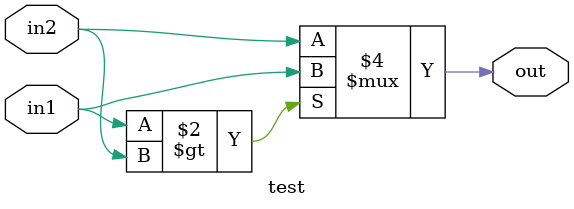
<source format=v>
module test (in1, in2, out);
input  in1, in2;
output  reg out;

always @ ( in1 or in2)
	if(in1 > in2)
		out = in1;
	else
		out = in2;
endmodule		

</source>
